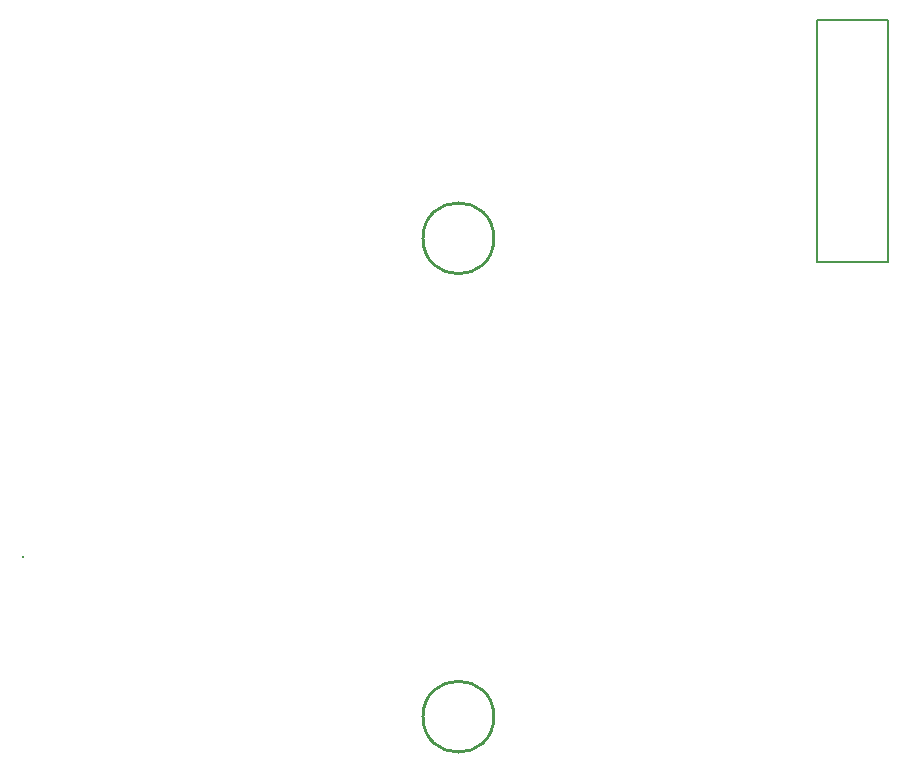
<source format=gm1>
G04 Layer_Color=16711935*
%FSTAX24Y24*%
%MOIN*%
G70*
G01*
G75*
%ADD48C,0.0080*%
%ADD49C,0.0100*%
%ADD72C,0.0079*%
D48*
X443817Y383692D02*
X443817Y375621D01*
X446179Y375621D01*
Y383692D01*
X443817Y383692D02*
X446179Y383692D01*
D49*
X433051Y360453D02*
G03*
X433051Y360453I-001181J0D01*
G01*
Y376398D02*
G03*
X433051Y376398I-001181J0D01*
G01*
D72*
X417353Y36578D02*
Y36582D01*
M02*

</source>
